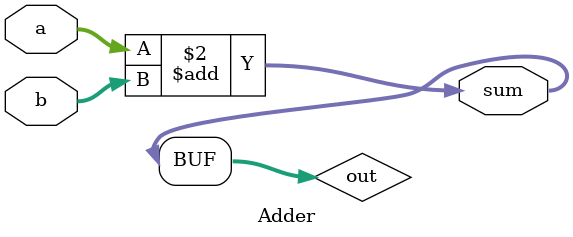
<source format=v>
module Adder (
    input signed [31:0] a,
    input signed [31:0] b,
    output signed [31:0] sum
);
    // Adder computes sum = a + b
    // The module is useful when accumulating PC (Program Counter)

    // TODO: implement your Adder here
    // Hint: you can use operator to implement (just add it)
    reg signed [31:0] out;
    assign sum = out;
    always @(*) begin
        out = a + b;
    end

endmodule


</source>
